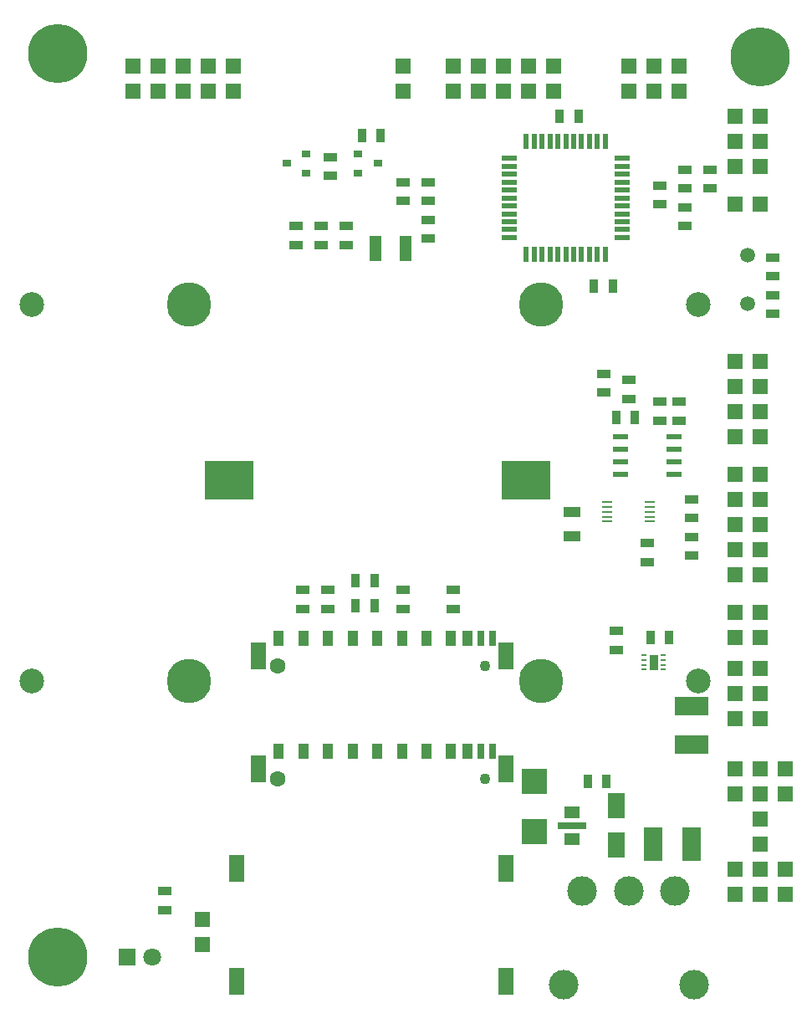
<source format=gbr>
%TF.GenerationSoftware,KiCad,Pcbnew,7.0.7-7.0.7~ubuntu23.04.1*%
%TF.CreationDate,2023-09-15T09:33:31+00:00*%
%TF.ProjectId,DATALOGGER02,44415441-4c4f-4474-9745-5230322e6b69,rev?*%
%TF.SameCoordinates,Original*%
%TF.FileFunction,Soldermask,Bot*%
%TF.FilePolarity,Negative*%
%FSLAX46Y46*%
G04 Gerber Fmt 4.6, Leading zero omitted, Abs format (unit mm)*
G04 Created by KiCad (PCBNEW 7.0.7-7.0.7~ubuntu23.04.1) date 2023-09-15 09:33:31*
%MOMM*%
%LPD*%
G01*
G04 APERTURE LIST*
%ADD10R,1.524000X1.524000*%
%ADD11C,4.500000*%
%ADD12C,2.500000*%
%ADD13C,6.000000*%
%ADD14R,1.800000X1.800000*%
%ADD15C,1.800000*%
%ADD16C,1.501140*%
%ADD17C,3.000000*%
%ADD18R,1.397000X0.889000*%
%ADD19R,1.100000X0.250000*%
%ADD20R,0.889000X1.397000*%
%ADD21R,2.499360X2.550160*%
%ADD22R,1.500000X1.300000*%
%ADD23R,3.000000X0.700000*%
%ADD24R,1.800860X2.499360*%
%ADD25R,1.900000X3.400000*%
%ADD26C,1.600000*%
%ADD27C,1.100000*%
%ADD28R,1.000000X1.500000*%
%ADD29R,0.700000X1.500000*%
%ADD30R,1.500000X2.800000*%
%ADD31R,0.500000X0.250000*%
%ADD32R,0.900000X1.600000*%
%ADD33R,1.500000X0.550000*%
%ADD34R,0.550000X1.500000*%
%ADD35R,1.800000X1.000000*%
%ADD36R,0.900000X0.800000*%
%ADD37R,3.400000X1.900000*%
%ADD38R,5.000000X4.000000*%
%ADD39R,1.270000X2.540000*%
%ADD40R,1.400000X0.899000*%
%ADD41R,1.400000X0.889000*%
%ADD42R,0.899000X1.400000*%
%ADD43R,0.889000X1.400000*%
%ADD44R,1.550000X0.600000*%
G04 APERTURE END LIST*
D10*
%TO.C,J26*%
X55245000Y92710000D03*
X55245000Y95250000D03*
%TD*%
D11*
%TO.C,BT1*%
X53995000Y71120000D03*
X18395000Y71120000D03*
D12*
X69945000Y71120000D03*
X2445000Y71120000D03*
%TD*%
D10*
%TO.C,J24*%
X50165000Y92710000D03*
X50165000Y95250000D03*
%TD*%
%TO.C,J4*%
X76200000Y46355000D03*
X73660000Y46355000D03*
%TD*%
%TO.C,J22*%
X47625000Y92710000D03*
X47625000Y95250000D03*
%TD*%
%TO.C,J20*%
X73660000Y57785000D03*
X76200000Y57785000D03*
%TD*%
%TO.C,J17*%
X73660000Y65405000D03*
X76200000Y65405000D03*
%TD*%
%TO.C,J19*%
X73660000Y60325000D03*
X76200000Y60325000D03*
%TD*%
%TO.C,J18*%
X73660000Y62865000D03*
X76200000Y62865000D03*
%TD*%
%TO.C,J1*%
X76200000Y43815000D03*
X73660000Y43815000D03*
%TD*%
%TO.C,J2*%
X76200000Y51435000D03*
X73660000Y51435000D03*
%TD*%
%TO.C,J5*%
X76200000Y53975000D03*
X73660000Y53975000D03*
%TD*%
%TO.C,J6*%
X73660000Y21590000D03*
X73660000Y24130000D03*
X76200000Y21590000D03*
X76200000Y24130000D03*
X78740000Y21590000D03*
X78740000Y24130000D03*
%TD*%
%TO.C,J8*%
X76200000Y81280000D03*
X73660000Y81280000D03*
%TD*%
%TO.C,J9*%
X40005000Y92710000D03*
X40005000Y95250000D03*
%TD*%
%TO.C,J10*%
X76200000Y29210000D03*
X73660000Y29210000D03*
X76200000Y31750000D03*
X73660000Y31750000D03*
X76200000Y34290000D03*
X73660000Y34290000D03*
%TD*%
%TO.C,J11*%
X19685000Y8890000D03*
X19685000Y6350000D03*
%TD*%
%TO.C,J21*%
X73660000Y37465000D03*
X76200000Y37465000D03*
%TD*%
%TO.C,J23*%
X45085000Y92710000D03*
X45085000Y95250000D03*
%TD*%
%TO.C,J25*%
X52705000Y92710000D03*
X52705000Y95250000D03*
%TD*%
%TO.C,J27*%
X65405000Y92710000D03*
X65405000Y95250000D03*
%TD*%
%TO.C,J28*%
X67945000Y92710000D03*
X67945000Y95250000D03*
%TD*%
%TO.C,J29*%
X62865000Y92710000D03*
X62865000Y95250000D03*
%TD*%
%TO.C,J30*%
X73660000Y40005000D03*
X76200000Y40005000D03*
%TD*%
%TO.C,J31*%
X76200000Y85090000D03*
X73660000Y85090000D03*
X76200000Y87630000D03*
X73660000Y87630000D03*
X76200000Y90170000D03*
X73660000Y90170000D03*
%TD*%
D13*
%TO.C,M3*%
X5080000Y96520000D03*
%TD*%
%TO.C,M2*%
X5080000Y5080000D03*
%TD*%
%TO.C,M4*%
X76200000Y96200000D03*
%TD*%
D10*
%TO.C,J32*%
X76200000Y16510000D03*
X76200000Y19050000D03*
%TD*%
%TO.C,J33*%
X73660000Y11430000D03*
X73660000Y13970000D03*
X76200000Y11430000D03*
X76200000Y13970000D03*
X78740000Y11430000D03*
X78740000Y13970000D03*
%TD*%
D11*
%TO.C,BT2*%
X18395000Y33020000D03*
X53995000Y33020000D03*
D12*
X69945000Y33020000D03*
X2445000Y33020000D03*
%TD*%
D14*
%TO.C,D3*%
X12065000Y5080000D03*
D15*
X14605000Y5080000D03*
%TD*%
D10*
%TO.C,J3*%
X76200000Y48895000D03*
X73660000Y48895000D03*
%TD*%
D16*
%TO.C,Y1*%
X74930000Y76100940D03*
X74930000Y71219060D03*
%TD*%
D10*
%TO.C,J12*%
X12700000Y92710000D03*
X12700000Y95250000D03*
%TD*%
%TO.C,J16*%
X22860000Y92710000D03*
X22860000Y95250000D03*
%TD*%
%TO.C,J15*%
X20320000Y92710000D03*
X20320000Y95250000D03*
%TD*%
%TO.C,J14*%
X17780000Y92710000D03*
X17780000Y95250000D03*
%TD*%
%TO.C,J13*%
X15240000Y92710000D03*
X15240000Y95250000D03*
%TD*%
D17*
%TO.C,SW1*%
X58165000Y11816000D03*
X62865000Y11816000D03*
X67565000Y11816000D03*
X56260000Y2286000D03*
X69470000Y2286000D03*
%TD*%
D18*
%TO.C,C18*%
X64770000Y46990000D03*
X64770000Y45085000D03*
%TD*%
%TO.C,R1*%
X29845000Y40322500D03*
X29845000Y42227500D03*
%TD*%
%TO.C,C7*%
X61595000Y36195000D03*
X61595000Y38100000D03*
%TD*%
%TO.C,R4*%
X45085000Y40322500D03*
X45085000Y42227500D03*
%TD*%
%TO.C,C8*%
X77470000Y70167500D03*
X77470000Y72072500D03*
%TD*%
%TO.C,C5*%
X77470000Y75882500D03*
X77470000Y73977500D03*
%TD*%
%TO.C,C16*%
X71120000Y84772500D03*
X71120000Y82867500D03*
%TD*%
%TO.C,C17*%
X42545000Y83502500D03*
X42545000Y81597500D03*
%TD*%
%TO.C,R8*%
X68580000Y80962500D03*
X68580000Y79057500D03*
%TD*%
%TO.C,R9*%
X68580000Y84772500D03*
X68580000Y82867500D03*
%TD*%
D19*
%TO.C,U4*%
X60715000Y49165000D03*
X60715000Y49665000D03*
X60715000Y50165000D03*
X60715000Y50665000D03*
X60715000Y51165000D03*
X65015000Y51165000D03*
X65015000Y50665000D03*
X65015000Y50165000D03*
X65015000Y49665000D03*
X65015000Y49165000D03*
%TD*%
D18*
%TO.C,C1*%
X29210000Y77152500D03*
X29210000Y79057500D03*
%TD*%
%TO.C,C2*%
X31750000Y77152500D03*
X31750000Y79057500D03*
%TD*%
%TO.C,C3*%
X34290000Y77152500D03*
X34290000Y79057500D03*
%TD*%
D20*
%TO.C,C4*%
X35877500Y88265000D03*
X37782500Y88265000D03*
%TD*%
D18*
%TO.C,C6*%
X42545000Y77787500D03*
X42545000Y79692500D03*
%TD*%
D21*
%TO.C,C9*%
X53340000Y17795240D03*
X53340000Y22844760D03*
%TD*%
D22*
%TO.C,C10*%
X57150000Y17065000D03*
D23*
X57150000Y18415000D03*
D22*
X57150000Y19765000D03*
%TD*%
D20*
%TO.C,C11*%
X37147500Y43180000D03*
X35242500Y43180000D03*
%TD*%
%TO.C,C12*%
X66992500Y37465000D03*
X65087500Y37465000D03*
%TD*%
%TO.C,C13*%
X58737500Y22860000D03*
X60642500Y22860000D03*
%TD*%
D18*
%TO.C,C14*%
X40005000Y83502500D03*
X40005000Y81597500D03*
%TD*%
D20*
%TO.C,C15*%
X37147500Y40640000D03*
X35242500Y40640000D03*
%TD*%
D24*
%TO.C,D2*%
X61595000Y16416020D03*
X61595000Y20413980D03*
%TD*%
D25*
%TO.C,F1*%
X65360000Y16510000D03*
X69260000Y16510000D03*
%TD*%
D26*
%TO.C,J7*%
X27330000Y34575000D03*
D27*
X48330000Y34575000D03*
D28*
X29955000Y37375000D03*
X32455000Y37375000D03*
X34955000Y37375000D03*
X37455000Y37375000D03*
X39955000Y37375000D03*
X42455000Y37375000D03*
X44885000Y37375000D03*
X46585000Y37375000D03*
X27455000Y37375000D03*
D29*
X47885000Y37375000D03*
X49085000Y37375000D03*
D30*
X23180000Y14075000D03*
X50480000Y35575000D03*
X50480000Y14075000D03*
X25380000Y35575000D03*
%TD*%
D18*
%TO.C,R2*%
X32385000Y40322500D03*
X32385000Y42227500D03*
%TD*%
%TO.C,R3*%
X40005000Y40322500D03*
X40005000Y42227500D03*
%TD*%
%TO.C,R5*%
X32702500Y86042500D03*
X32702500Y84137500D03*
%TD*%
%TO.C,R6*%
X69215000Y45720000D03*
X69215000Y47625000D03*
%TD*%
%TO.C,R7*%
X69215000Y51435000D03*
X69215000Y49530000D03*
%TD*%
D31*
%TO.C,U2*%
X64455000Y34175000D03*
X64455000Y34675000D03*
X64455000Y35175000D03*
X64455000Y35675000D03*
X66355000Y35675000D03*
X66355000Y35175000D03*
X66355000Y34675000D03*
X66355000Y34175000D03*
D32*
X65405000Y34925000D03*
%TD*%
D33*
%TO.C,U3*%
X62215000Y85915000D03*
X62215000Y85115000D03*
X62215000Y84315000D03*
X62215000Y83515000D03*
X62215000Y82715000D03*
X62215000Y81915000D03*
X62215000Y81115000D03*
X62215000Y80315000D03*
X62215000Y79515000D03*
X62215000Y78715000D03*
X62215000Y77915000D03*
D34*
X60515000Y76215000D03*
X59715000Y76215000D03*
X58915000Y76215000D03*
X58115000Y76215000D03*
X57315000Y76215000D03*
X56515000Y76215000D03*
X55715000Y76215000D03*
X54915000Y76215000D03*
X54115000Y76215000D03*
X53315000Y76215000D03*
X52515000Y76215000D03*
D33*
X50815000Y77915000D03*
X50815000Y78715000D03*
X50815000Y79515000D03*
X50815000Y80315000D03*
X50815000Y81115000D03*
X50815000Y81915000D03*
X50815000Y82715000D03*
X50815000Y83515000D03*
X50815000Y84315000D03*
X50815000Y85115000D03*
X50815000Y85915000D03*
D34*
X52515000Y87615000D03*
X53315000Y87615000D03*
X54115000Y87615000D03*
X54915000Y87615000D03*
X55715000Y87615000D03*
X56515000Y87615000D03*
X57315000Y87615000D03*
X58115000Y87615000D03*
X58915000Y87615000D03*
X59715000Y87615000D03*
X60515000Y87615000D03*
%TD*%
D35*
%TO.C,Y2*%
X57150000Y50165000D03*
X57150000Y47665000D03*
%TD*%
D36*
%TO.C,U1*%
X35512500Y84457500D03*
X35512500Y86357500D03*
X37512500Y85407500D03*
%TD*%
D18*
%TO.C,R10*%
X15875000Y9842500D03*
X15875000Y11747500D03*
%TD*%
D37*
%TO.C,F2*%
X69215000Y26625000D03*
X69215000Y30525000D03*
%TD*%
D38*
%TO.C,BT3*%
X52465000Y53340000D03*
X22465000Y53340000D03*
%TD*%
D36*
%TO.C,U5*%
X30257500Y86357500D03*
X30257500Y84457500D03*
X28257500Y85407500D03*
%TD*%
D39*
%TO.C,L1*%
X37211000Y76835000D03*
X40259000Y76835000D03*
%TD*%
D20*
%TO.C,C19*%
X55880000Y90170000D03*
X57785000Y90170000D03*
%TD*%
%TO.C,C20*%
X59372500Y73025000D03*
X61277500Y73025000D03*
%TD*%
D18*
%TO.C,C21*%
X66040000Y83185000D03*
X66040000Y81280000D03*
%TD*%
D26*
%TO.C,J34*%
X27330000Y23145000D03*
D27*
X48330000Y23145000D03*
D28*
X29955000Y25945000D03*
X32455000Y25945000D03*
X34955000Y25945000D03*
X37455000Y25945000D03*
X39955000Y25945000D03*
X42455000Y25945000D03*
X44885000Y25945000D03*
X46585000Y25945000D03*
X27455000Y25945000D03*
D29*
X47885000Y25945000D03*
X49085000Y25945000D03*
D30*
X23180000Y2645000D03*
X50480000Y2645000D03*
X50480000Y24145000D03*
X25380000Y24145000D03*
%TD*%
D40*
%TO.C,C22*%
X60325000Y62230000D03*
D41*
X60325000Y64135000D03*
%TD*%
D40*
%TO.C,R11*%
X66040000Y61277500D03*
D41*
X66040000Y59372500D03*
%TD*%
D40*
%TO.C,R12*%
X67945000Y61277500D03*
D41*
X67945000Y59372500D03*
%TD*%
D40*
%TO.C,R15*%
X62865000Y63500000D03*
D41*
X62865000Y61595000D03*
%TD*%
D42*
%TO.C,R16*%
X63500000Y59690000D03*
D43*
X61595000Y59690000D03*
%TD*%
D44*
%TO.C,U6*%
X67470000Y57785000D03*
X67470000Y56515000D03*
X67470000Y55245000D03*
X67470000Y53975000D03*
X62070000Y53975000D03*
X62070000Y55245000D03*
X62070000Y56515000D03*
X62070000Y57785000D03*
%TD*%
M02*

</source>
